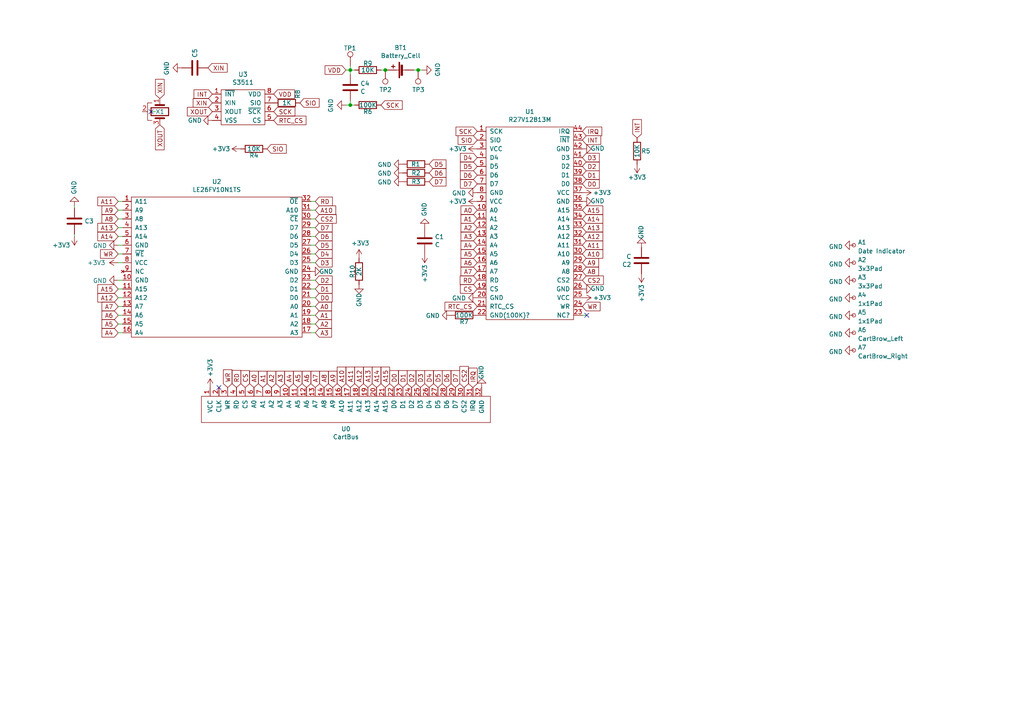
<source format=kicad_sch>
(kicad_sch (version 20211123) (generator eeschema)
  (paper "A4")
  (title_block (title "AGB-E05-01"))
  (lib_symbols
    (symbol "AGB-E05-01-rescue:CartBus-GBA-NintendoSymbols" (pin_names (offset 1.016))
      (property "Reference" "U?" (at 24.13 -11.43 0))
      (property "Value" "CartBus-GBA-NintendoSymbols" (at 24.13 -8.89 0))
      (symbol "CartBus-GBA-NintendoSymbols_0_1"
        (rectangle (start 66.04 0) (end -17.78 -7.62))
      )
      (symbol "CartBus-GBA-NintendoSymbols_1_1"
        (pin unspecified line (at -15.24 2.54 270) (length 2.54) (name "VCC") (number "1"))
        (pin unspecified line (at 7.62 2.54 270) (length 2.54) (name "A4") (number "10"))
        (pin unspecified line (at 10.16 2.54 270) (length 2.54) (name "A5") (number "11"))
        (pin unspecified line (at 12.7 2.54 270) (length 2.54) (name "A6") (number "12"))
        (pin unspecified line (at 15.24 2.54 270) (length 2.54) (name "A7") (number "13"))
        (pin unspecified line (at 17.78 2.54 270) (length 2.54) (name "A8") (number "14"))
        (pin unspecified line (at 20.32 2.54 270) (length 2.54) (name "A9") (number "15"))
        (pin unspecified line (at 22.86 2.54 270) (length 2.54) (name "A10") (number "16"))
        (pin unspecified line (at 25.4 2.54 270) (length 2.54) (name "A11") (number "17"))
        (pin unspecified line (at 27.94 2.54 270) (length 2.54) (name "A12") (number "18"))
        (pin unspecified line (at 30.48 2.54 270) (length 2.54) (name "A13") (number "19"))
        (pin unspecified line (at -12.7 2.54 270) (length 2.54) (name "CLK~{}") (number "2"))
        (pin unspecified line (at 33.02 2.54 270) (length 2.54) (name "A14") (number "20"))
        (pin unspecified line (at 35.56 2.54 270) (length 2.54) (name "A15") (number "21"))
        (pin unspecified line (at 38.1 2.54 270) (length 2.54) (name "D0") (number "22"))
        (pin unspecified line (at 40.64 2.54 270) (length 2.54) (name "D1") (number "23"))
        (pin unspecified line (at 43.18 2.54 270) (length 2.54) (name "D2") (number "24"))
        (pin unspecified line (at 45.72 2.54 270) (length 2.54) (name "D3") (number "25"))
        (pin unspecified line (at 48.26 2.54 270) (length 2.54) (name "D4") (number "26"))
        (pin unspecified line (at 50.8 2.54 270) (length 2.54) (name "D5") (number "27"))
        (pin unspecified line (at 53.34 2.54 270) (length 2.54) (name "D6") (number "28"))
        (pin unspecified line (at 55.88 2.54 270) (length 2.54) (name "D7") (number "29"))
        (pin unspecified line (at -10.16 2.54 270) (length 2.54) (name "WR") (number "3"))
        (pin unspecified line (at 58.42 2.54 270) (length 2.54) (name "CS2") (number "30"))
        (pin unspecified line (at 60.96 2.54 270) (length 2.54) (name "IRQ") (number "31"))
        (pin unspecified line (at 63.5 2.54 270) (length 2.54) (name "GND") (number "32"))
        (pin unspecified line (at -7.62 2.54 270) (length 2.54) (name "RD") (number "4"))
        (pin unspecified line (at -5.08 2.54 270) (length 2.54) (name "CS") (number "5"))
        (pin unspecified line (at -2.54 2.54 270) (length 2.54) (name "A0") (number "6"))
        (pin unspecified line (at 0 2.54 270) (length 2.54) (name "A1") (number "7"))
        (pin unspecified line (at 2.54 2.54 270) (length 2.54) (name "A2") (number "8"))
        (pin unspecified line (at 5.08 2.54 270) (length 2.54) (name "A3") (number "9"))
      )
    )
    (symbol "AGB-E05-01-rescue:LE26FV10N1TS-NintendoSymbols" (pin_names (offset 1.016))
      (property "Reference" "U" (at 0 -36.83 0))
      (property "Value" "LE26FV10N1TS-NintendoSymbols" (at 0 6.35 0))
      (symbol "LE26FV10N1TS-NintendoSymbols_0_1"
        (rectangle (start -25.4 5.08) (end 24.13 -35.56))
      )
      (symbol "LE26FV10N1TS-NintendoSymbols_1_1"
        (pin unspecified line (at -27.94 3.81 0) (length 2.54) (name "A11") (number "1"))
        (pin unspecified line (at -27.94 -19.05 0) (length 2.54) (name "GND") (number "10"))
        (pin unspecified line (at -27.94 -21.59 0) (length 2.54) (name "A15") (number "11"))
        (pin unspecified line (at -27.94 -24.13 0) (length 2.54) (name "A12") (number "12"))
        (pin unspecified line (at -27.94 -26.67 0) (length 2.54) (name "A7") (number "13"))
        (pin unspecified line (at -27.94 -29.21 0) (length 2.54) (name "A6") (number "14"))
        (pin unspecified line (at -27.94 -31.75 0) (length 2.54) (name "A5") (number "15"))
        (pin unspecified line (at -27.94 -34.29 0) (length 2.54) (name "A4") (number "16"))
        (pin unspecified line (at 26.67 -34.29 180) (length 2.54) (name "A3") (number "17"))
        (pin unspecified line (at 26.67 -31.75 180) (length 2.54) (name "A2") (number "18"))
        (pin unspecified line (at 26.67 -29.21 180) (length 2.54) (name "A1") (number "19"))
        (pin unspecified line (at -27.94 1.27 0) (length 2.54) (name "A9") (number "2"))
        (pin unspecified line (at 26.67 -26.67 180) (length 2.54) (name "A0") (number "20"))
        (pin unspecified line (at 26.67 -24.13 180) (length 2.54) (name "D0") (number "21"))
        (pin unspecified line (at 26.67 -21.59 180) (length 2.54) (name "D1") (number "22"))
        (pin unspecified line (at 26.67 -19.05 180) (length 2.54) (name "D2") (number "23"))
        (pin unspecified line (at 26.67 -16.51 180) (length 2.54) (name "GND") (number "24"))
        (pin unspecified line (at 26.67 -13.97 180) (length 2.54) (name "D3") (number "25"))
        (pin unspecified line (at 26.67 -11.43 180) (length 2.54) (name "D4") (number "26"))
        (pin unspecified line (at 26.67 -8.89 180) (length 2.54) (name "D5") (number "27"))
        (pin unspecified line (at 26.67 -6.35 180) (length 2.54) (name "D6") (number "28"))
        (pin unspecified line (at 26.67 -3.81 180) (length 2.54) (name "D7") (number "29"))
        (pin unspecified line (at -27.94 -1.27 0) (length 2.54) (name "A8") (number "3"))
        (pin unspecified line (at 26.67 -1.27 180) (length 2.54) (name "~{CE}") (number "30"))
        (pin unspecified line (at 26.67 1.27 180) (length 2.54) (name "A10") (number "31"))
        (pin unspecified line (at 26.67 3.81 180) (length 2.54) (name "~{OE}") (number "32"))
        (pin unspecified line (at -27.94 -3.81 0) (length 2.54) (name "A13") (number "4"))
        (pin unspecified line (at -27.94 -6.35 0) (length 2.54) (name "A14") (number "5"))
        (pin unspecified line (at -27.94 -8.89 0) (length 2.54) (name "GND") (number "6"))
        (pin unspecified line (at -27.94 -11.43 0) (length 2.54) (name "~{WE}") (number "7"))
        (pin unspecified line (at -27.94 -13.97 0) (length 2.54) (name "VCC") (number "8"))
        (pin no_connect line (at -27.94 -16.51 0) (length 2.54) (name "NC") (number "9"))
      )
    )
    (symbol "AGB-E05-01-rescue:R27V12813M-NintendoSymbols" (pin_names (offset 1.016))
      (property "Reference" "U" (at 0 -58.42 0))
      (property "Value" "R27V12813M-NintendoSymbols" (at 0 0 0))
      (symbol "R27V12813M-NintendoSymbols_0_1"
        (rectangle (start -12.7 -1.27) (end 12.7 -57.15))
      )
      (symbol "R27V12813M-NintendoSymbols_1_1"
        (pin unspecified line (at -15.24 -2.54 0) (length 2.54) (name "SCK") (number "1"))
        (pin unspecified line (at -15.24 -25.4 0) (length 2.54) (name "A0") (number "10"))
        (pin unspecified line (at -15.24 -27.94 0) (length 2.54) (name "A1") (number "11"))
        (pin unspecified line (at -15.24 -30.48 0) (length 2.54) (name "A2") (number "12"))
        (pin unspecified line (at -15.24 -33.02 0) (length 2.54) (name "A3") (number "13"))
        (pin unspecified line (at -15.24 -35.56 0) (length 2.54) (name "A4") (number "14"))
        (pin unspecified line (at -15.24 -38.1 0) (length 2.54) (name "A5") (number "15"))
        (pin unspecified line (at -15.24 -40.64 0) (length 2.54) (name "A6") (number "16"))
        (pin unspecified line (at -15.24 -43.18 0) (length 2.54) (name "A7") (number "17"))
        (pin unspecified line (at -15.24 -45.72 0) (length 2.54) (name "RD") (number "18"))
        (pin unspecified line (at -15.24 -48.26 0) (length 2.54) (name "CS") (number "19"))
        (pin unspecified line (at -15.24 -5.08 0) (length 2.54) (name "SIO") (number "2"))
        (pin unspecified line (at -15.24 -50.8 0) (length 2.54) (name "GND") (number "20"))
        (pin unspecified line (at -15.24 -53.34 0) (length 2.54) (name "RTC_CS") (number "21"))
        (pin unspecified line (at -15.24 -55.88 0) (length 2.54) (name "GND(100K)?") (number "22"))
        (pin unspecified line (at 15.24 -55.88 180) (length 2.54) (name "NC?") (number "23"))
        (pin unspecified line (at 15.24 -53.34 180) (length 2.54) (name "WR") (number "24"))
        (pin unspecified line (at 15.24 -50.8 180) (length 2.54) (name "VCC") (number "25"))
        (pin unspecified line (at 15.24 -48.26 180) (length 2.54) (name "GND") (number "26"))
        (pin unspecified line (at 15.24 -45.72 180) (length 2.54) (name "CS2") (number "27"))
        (pin unspecified line (at 15.24 -43.18 180) (length 2.54) (name "A8") (number "28"))
        (pin unspecified line (at 15.24 -40.64 180) (length 2.54) (name "A9") (number "29"))
        (pin unspecified line (at -15.24 -7.62 0) (length 2.54) (name "VCC") (number "3"))
        (pin unspecified line (at 15.24 -38.1 180) (length 2.54) (name "A10") (number "30"))
        (pin unspecified line (at 15.24 -35.56 180) (length 2.54) (name "A11") (number "31"))
        (pin unspecified line (at 15.24 -33.02 180) (length 2.54) (name "A12") (number "32"))
        (pin unspecified line (at 15.24 -30.48 180) (length 2.54) (name "A13") (number "33"))
        (pin unspecified line (at 15.24 -27.94 180) (length 2.54) (name "A14") (number "34"))
        (pin unspecified line (at 15.24 -25.4 180) (length 2.54) (name "A15") (number "35"))
        (pin unspecified line (at 15.24 -22.86 180) (length 2.54) (name "GND") (number "36"))
        (pin unspecified line (at 15.24 -20.32 180) (length 2.54) (name "VCC") (number "37"))
        (pin unspecified line (at 15.24 -17.78 180) (length 2.54) (name "D0") (number "38"))
        (pin unspecified line (at 15.24 -15.24 180) (length 2.54) (name "D1") (number "39"))
        (pin unspecified line (at -15.24 -10.16 0) (length 2.54) (name "D4") (number "4"))
        (pin unspecified line (at 15.24 -12.7 180) (length 2.54) (name "D2") (number "40"))
        (pin unspecified line (at 15.24 -10.16 180) (length 2.54) (name "D3") (number "41"))
        (pin unspecified line (at 15.24 -7.62 180) (length 2.54) (name "GND") (number "42"))
        (pin unspecified line (at 15.24 -5.08 180) (length 2.54) (name "~{INT}") (number "43"))
        (pin unspecified line (at 15.24 -2.54 180) (length 2.54) (name "IRQ") (number "44"))
        (pin unspecified line (at -15.24 -12.7 0) (length 2.54) (name "D5") (number "5"))
        (pin unspecified line (at -15.24 -15.24 0) (length 2.54) (name "D6") (number "6"))
        (pin unspecified line (at -15.24 -17.78 0) (length 2.54) (name "D7") (number "7"))
        (pin unspecified line (at -15.24 -20.32 0) (length 2.54) (name "GND") (number "8"))
        (pin unspecified line (at -15.24 -22.86 0) (length 2.54) (name "VCC") (number "9"))
      )
    )
    (symbol "AGB-E05-01-rescue:S3511-NintendoSymbols" (pin_names (offset 1.016))
      (property "Reference" "U" (at 0 -6.35 0))
      (property "Value" "S3511-NintendoSymbols" (at 0 6.35 0))
      (symbol "S3511-NintendoSymbols_0_1"
        (rectangle (start -6.35 5.08) (end 6.35 -5.08))
      )
      (symbol "S3511-NintendoSymbols_1_1"
        (pin unspecified line (at -8.89 3.81 0) (length 2.54) (name "~{INT}") (number "1"))
        (pin unspecified line (at -8.89 1.27 0) (length 2.54) (name "XIN") (number "2"))
        (pin unspecified line (at -8.89 -1.27 0) (length 2.54) (name "XOUT") (number "3"))
        (pin unspecified line (at -8.89 -3.81 0) (length 2.54) (name "VSS") (number "4"))
        (pin unspecified line (at 8.89 -3.81 180) (length 2.54) (name "CS") (number "5"))
        (pin unspecified line (at 8.89 -1.27 180) (length 2.54) (name "~{SCK}") (number "6"))
        (pin unspecified line (at 8.89 1.27 180) (length 2.54) (name "SIO") (number "7"))
        (pin unspecified line (at 8.89 3.81 180) (length 2.54) (name "VDD") (number "8"))
      )
    )
    (symbol "Connector:TestPoint" (pin_numbers hide) (pin_names (offset 0.762) hide)
      (property "Reference" "TP" (at 0 6.858 0))
      (property "Value" "TestPoint" (at 0 5.08 0))
      (symbol "TestPoint_0_1"
        (circle (center 0 3.302) (radius 0.762))
      )
      (symbol "TestPoint_1_1"
        (pin passive line (at 0 0 90) (length 2.54) (name "1") (number "1"))
      )
    )
    (symbol "Connector:TestPoint_Small" (pin_numbers hide) (pin_names (offset 0.762) hide)
      (property "Reference" "TP" (at 0 3.81 0))
      (property "Value" "TestPoint_Small" (at 0 2.032 0))
      (symbol "TestPoint_Small_0_1"
        (circle (center 0 0) (radius 0.508))
      )
      (symbol "TestPoint_Small_1_1"
        (pin passive line (at 0 0 90) (length 0) (name "1") (number "1"))
      )
    )
    (symbol "Device:Battery_Cell" (pin_numbers hide) (pin_names (offset 0) hide)
      (property "Reference" "BT" (at 2.54 2.54 0))
      (property "Value" "Battery_Cell" (at 2.54 0 0))
      (symbol "Battery_Cell_0_1"
        (rectangle (start -2.286 1.778) (end 2.286 1.524) (fill (type outline)))
        (rectangle (start -1.5748 1.1938) (end 1.4732 0.6858) (fill (type outline)))
        (polyline (pts (xy 0 0.762) (xy 0 0)))
        (polyline (pts (xy 0 1.778) (xy 0 2.54)))
        (polyline (pts (xy 0.508 3.429) (xy 1.524 3.429)) (stroke (width 0.254)))
        (polyline (pts (xy 1.016 3.937) (xy 1.016 2.921)) (stroke (width 0.254)))
      )
      (symbol "Battery_Cell_1_1"
        (pin passive line (at 0 5.08 270) (length 2.54) (name "+") (number "1"))
        (pin passive line (at 0 -2.54 90) (length 2.54) (name "-") (number "2"))
      )
    )
    (symbol "Device:C" (pin_numbers hide) (pin_names (offset 0.254))
      (property "Reference" "C" (at 0.635 2.54 0))
      (property "Value" "C" (at 0.635 -2.54 0))
      (symbol "C_0_1"
        (polyline (pts (xy -2.032 -0.762) (xy 2.032 -0.762)) (stroke (width 0.508)))
        (polyline (pts (xy -2.032 0.762) (xy 2.032 0.762)) (stroke (width 0.508)))
      )
      (symbol "C_1_1"
        (pin passive line (at 0 3.81 270) (length 2.794) (name "~") (number "1"))
        (pin passive line (at 0 -3.81 90) (length 2.794) (name "~") (number "2"))
      )
    )
    (symbol "Device:Crystal_GND2" (pin_names (offset 1.016) hide)
      (property "Reference" "Y" (at 0 5.715 0))
      (property "Value" "Crystal_GND2" (at 0 3.81 0))
      (symbol "Crystal_GND2_0_1"
        (rectangle (start -1.143 2.54) (end 1.143 -2.54) (stroke (width 0.3048)))
        (polyline (pts (xy -2.54 0) (xy -1.905 0)))
        (polyline (pts (xy -1.905 -1.27) (xy -1.905 1.27)) (stroke (width 0.508)))
        (polyline (pts (xy 0 -3.81) (xy 0 -3.556)))
        (polyline (pts (xy 1.905 0) (xy 2.54 0)))
        (polyline (pts (xy 1.905 1.27) (xy 1.905 -1.27)) (stroke (width 0.508)))
        (polyline (pts (xy -2.54 -2.286) (xy -2.54 -3.556) (xy 2.54 -3.556) (xy 2.54 -2.286)))
      )
      (symbol "Crystal_GND2_1_1"
        (pin passive line (at -3.81 0 0) (length 1.27) (name "1") (number "1"))
        (pin passive line (at 0 -5.08 90) (length 1.27) (name "2") (number "2"))
        (pin passive line (at 3.81 0 180) (length 1.27) (name "3") (number "3"))
      )
    )
    (symbol "Device:R" (pin_numbers hide) (pin_names (offset 0))
      (property "Reference" "R" (at 2.032 0 90))
      (property "Value" "R" (at 0 0 90))
      (symbol "R_0_1"
        (rectangle (start -1.016 -2.54) (end 1.016 2.54) (stroke (width 0.254)))
      )
      (symbol "R_1_1"
        (pin passive line (at 0 3.81 270) (length 1.27) (name "~") (number "1"))
        (pin passive line (at 0 -3.81 90) (length 1.27) (name "~") (number "2"))
      )
    )
    (symbol "power:+3.3V" (power) (pin_names (offset 0))
      (property "Value" "+3.3V" (at 0 3.556 0))
      (symbol "+3.3V_0_1"
        (polyline (pts (xy -0.762 1.27) (xy 0 2.54)))
        (polyline (pts (xy 0 0) (xy 0 2.54)))
        (polyline (pts (xy 0 2.54) (xy 0.762 1.27)))
      )
      (symbol "+3.3V_1_1"
        (pin power_in line (at 0 0 90) (length 0) hide (name "+3V3") (number "1"))
      )
    )
    (symbol "power:GND" (power) (pin_names (offset 0))
      (property "Value" "GND" (at 0 -3.81 0))
      (symbol "GND_0_1"
        (polyline (pts (xy 0 0) (xy 0 -1.27) (xy 1.27 -1.27) (xy 0 -2.54) (xy -1.27 -1.27) (xy 0 -1.27)))
      )
      (symbol "GND_1_1"
        (pin power_in line (at 0 0 270) (length 0) hide (name "GND") (number "1"))
      )
    )
  )
  (junction (at 121.285 20.32))
  (junction (at 101.6 20.32))
  (junction (at 111.76 20.32))
  (junction (at 101.6 30.48))
  (no_connect (at 170.18 91.44))
  (no_connect (at 63.5 112.395))
  (no_connect (at 43.815 32.385))
  (wire (pts (xy 101.6 21.59) (xy 101.6 20.32)))
  (wire (pts (xy 110.49 20.32) (xy 111.76 20.32)))
  (wire (pts (xy 35.56 96.52) (xy 34.29 96.52)))
  (wire (pts (xy 35.56 66.04) (xy 34.29 66.04)))
  (wire (pts (xy 102.87 20.32) (xy 101.6 20.32)))
  (wire (pts (xy 91.44 81.28) (xy 90.17 81.28)))
  (wire (pts (xy 121.285 20.32) (xy 122.555 20.32)))
  (wire (pts (xy 35.56 58.42) (xy 34.29 58.42)))
  (wire (pts (xy 21.59 59.69) (xy 21.59 60.325)))
  (wire (pts (xy 91.44 83.82) (xy 90.17 83.82)))
  (wire (pts (xy 170.18 91.44) (xy 168.91 91.44)))
  (wire (pts (xy 91.44 93.98) (xy 90.17 93.98)))
  (wire (pts (xy 35.56 76.2) (xy 34.29 76.2)))
  (wire (pts (xy 35.56 60.96) (xy 34.29 60.96)))
  (wire (pts (xy 34.29 81.28) (xy 35.56 81.28)))
  (wire (pts (xy 101.6 30.48) (xy 102.87 30.48)))
  (wire (pts (xy 91.44 71.12) (xy 90.17 71.12)))
  (wire (pts (xy 100.33 30.48) (xy 101.6 30.48)))
  (wire (pts (xy 35.56 93.98) (xy 34.29 93.98)))
  (wire (pts (xy 35.56 71.12) (xy 34.29 71.12)))
  (wire (pts (xy 90.17 63.5) (xy 91.44 63.5)))
  (wire (pts (xy 91.44 86.36) (xy 90.17 86.36)))
  (wire (pts (xy 91.44 73.66) (xy 90.17 73.66)))
  (wire (pts (xy 90.17 96.52) (xy 91.44 96.52)))
  (wire (pts (xy 35.56 88.9) (xy 34.29 88.9)))
  (wire (pts (xy 35.56 91.44) (xy 34.29 91.44)))
  (wire (pts (xy 35.56 68.58) (xy 34.29 68.58)))
  (wire (pts (xy 101.6 29.21) (xy 101.6 30.48)))
  (wire (pts (xy 91.44 88.9) (xy 90.17 88.9)))
  (wire (pts (xy 35.56 63.5) (xy 34.29 63.5)))
  (wire (pts (xy 21.59 67.945) (xy 21.59 68.58)))
  (wire (pts (xy 35.56 86.36) (xy 34.29 86.36)))
  (wire (pts (xy 90.17 76.2) (xy 91.44 76.2)))
  (wire (pts (xy 101.6 20.32) (xy 101.6 19.05)))
  (wire (pts (xy 100.33 20.32) (xy 101.6 20.32)))
  (wire (pts (xy 111.76 20.32) (xy 112.395 20.32)))
  (wire (pts (xy 35.56 73.66) (xy 34.29 73.66)))
  (wire (pts (xy 45.085 32.385) (xy 43.815 32.385)))
  (wire (pts (xy 91.44 68.58) (xy 90.17 68.58)))
  (wire (pts (xy 91.44 91.44) (xy 90.17 91.44)))
  (wire (pts (xy 120.015 20.32) (xy 121.285 20.32)))
  (wire (pts (xy 91.44 66.04) (xy 90.17 66.04)))
  (wire (pts (xy 35.56 83.82) (xy 34.29 83.82)))
  (wire (pts (xy 90.17 60.96) (xy 91.44 60.96)))
  (wire (pts (xy 90.17 58.42) (xy 91.44 58.42)))
  (global_label "A2" (shape input) (at 138.43 66.04 180) (property "Intersheet References" "${INTERSHEET_REFS}" (effects hide)))
  (global_label "A8" (shape input) (at 168.91 78.74 0) (property "Intersheet References" "${INTERSHEET_REFS}" (effects hide)))
  (global_label "A4" (shape input) (at 83.82 112.395 90) (property "Intersheet References" "${INTERSHEET_REFS}" (effects hide)))
  (global_label "A1" (shape input) (at 76.2 112.395 90) (property "Intersheet References" "${INTERSHEET_REFS}" (effects hide)))
  (global_label "A11" (shape input) (at 34.29 58.42 180) (property "Intersheet References" "${INTERSHEET_REFS}" (effects hide)))
  (global_label "XIN" (shape input) (at 46.355 28.575 90) (property "Intersheet References" "${INTERSHEET_REFS}" (effects hide)))
  (global_label "INT" (shape input) (at 168.91 40.64 0) (property "Intersheet References" "${INTERSHEET_REFS}" (effects hide)))
  (global_label "XIN" (shape input) (at 60.325 19.685 0) (property "Intersheet References" "${INTERSHEET_REFS}" (effects hide)))
  (global_label "D5" (shape input) (at 138.43 48.26 180) (property "Intersheet References" "${INTERSHEET_REFS}" (effects hide)))
  (global_label "D0" (shape input) (at 91.44 86.36 0) (property "Intersheet References" "${INTERSHEET_REFS}" (effects hide)))
  (global_label "RD" (shape input) (at 138.43 81.28 180) (property "Intersheet References" "${INTERSHEET_REFS}" (effects hide)))
  (global_label "A8" (shape input) (at 34.29 63.5 180) (property "Intersheet References" "${INTERSHEET_REFS}" (effects hide)))
  (global_label "A5" (shape input) (at 86.36 112.395 90) (property "Intersheet References" "${INTERSHEET_REFS}" (effects hide)))
  (global_label "A6" (shape input) (at 34.29 91.44 180) (property "Intersheet References" "${INTERSHEET_REFS}" (effects hide)))
  (global_label "A1" (shape input) (at 91.44 91.44 0) (property "Intersheet References" "${INTERSHEET_REFS}" (effects hide)))
  (global_label "A9" (shape input) (at 96.52 112.395 90) (property "Intersheet References" "${INTERSHEET_REFS}" (effects hide)))
  (global_label "A0" (shape input) (at 138.43 60.96 180) (property "Intersheet References" "${INTERSHEET_REFS}" (effects hide)))
  (global_label "A6" (shape input) (at 138.43 76.2 180) (property "Intersheet References" "${INTERSHEET_REFS}" (effects hide)))
  (global_label "INT" (shape input) (at 61.595 27.305 180) (property "Intersheet References" "${INTERSHEET_REFS}" (effects hide)))
  (global_label "D3" (shape input) (at 168.91 45.72 0) (property "Intersheet References" "${INTERSHEET_REFS}" (effects hide)))
  (global_label "SCK" (shape input) (at 110.49 30.48 0) (property "Intersheet References" "${INTERSHEET_REFS}" (effects hide)))
  (global_label "A13" (shape input) (at 34.29 66.04 180) (property "Intersheet References" "${INTERSHEET_REFS}" (effects hide)))
  (global_label "VDD" (shape input) (at 79.375 27.305 0) (property "Intersheet References" "${INTERSHEET_REFS}" (effects hide)))
  (global_label "A7" (shape input) (at 138.43 78.74 180) (property "Intersheet References" "${INTERSHEET_REFS}" (effects hide)))
  (global_label "A7" (shape input) (at 34.29 88.9 180) (property "Intersheet References" "${INTERSHEET_REFS}" (effects hide)))
  (global_label "A14" (shape input) (at 34.29 68.58 180) (property "Intersheet References" "${INTERSHEET_REFS}" (effects hide)))
  (global_label "D1" (shape input) (at 168.91 50.8 0) (property "Intersheet References" "${INTERSHEET_REFS}" (effects hide)))
  (global_label "A10" (shape input) (at 168.91 73.66 0) (property "Intersheet References" "${INTERSHEET_REFS}" (effects hide)))
  (global_label "A9" (shape input) (at 168.91 76.2 0) (property "Intersheet References" "${INTERSHEET_REFS}" (effects hide)))
  (global_label "SCK" (shape input) (at 79.375 32.385 0) (property "Intersheet References" "${INTERSHEET_REFS}" (effects hide)))
  (global_label "A12" (shape input) (at 168.91 68.58 0) (property "Intersheet References" "${INTERSHEET_REFS}" (effects hide)))
  (global_label "A12" (shape input) (at 34.29 86.36 180) (property "Intersheet References" "${INTERSHEET_REFS}" (effects hide)))
  (global_label "RTC_CS" (shape input) (at 138.43 88.9 180) (property "Intersheet References" "${INTERSHEET_REFS}" (effects hide)))
  (global_label "SIO" (shape input) (at 86.995 29.845 0) (property "Intersheet References" "${INTERSHEET_REFS}" (effects hide)))
  (global_label "A2" (shape input) (at 91.44 93.98 0) (property "Intersheet References" "${INTERSHEET_REFS}" (effects hide)))
  (global_label "D3" (shape input) (at 121.92 112.395 90) (property "Intersheet References" "${INTERSHEET_REFS}" (effects hide)))
  (global_label "A12" (shape input) (at 104.14 112.395 90) (property "Intersheet References" "${INTERSHEET_REFS}" (effects hide)))
  (global_label "D7" (shape input) (at 124.46 52.705 0) (property "Intersheet References" "${INTERSHEET_REFS}" (effects hide)))
  (global_label "D4" (shape input) (at 138.43 45.72 180) (property "Intersheet References" "${INTERSHEET_REFS}" (effects hide)))
  (global_label "D1" (shape input) (at 91.44 83.82 0) (property "Intersheet References" "${INTERSHEET_REFS}" (effects hide)))
  (global_label "D5" (shape input) (at 127 112.395 90) (property "Intersheet References" "${INTERSHEET_REFS}" (effects hide)))
  (global_label "CS2" (shape input) (at 91.44 63.5 0) (property "Intersheet References" "${INTERSHEET_REFS}" (effects hide)))
  (global_label "A3" (shape input) (at 81.28 112.395 90) (property "Intersheet References" "${INTERSHEET_REFS}" (effects hide)))
  (global_label "A15" (shape input) (at 34.29 83.82 180) (property "Intersheet References" "${INTERSHEET_REFS}" (effects hide)))
  (global_label "WR" (shape input) (at 168.91 88.9 0) (property "Intersheet References" "${INTERSHEET_REFS}" (effects hide)))
  (global_label "D4" (shape input) (at 91.44 73.66 0) (property "Intersheet References" "${INTERSHEET_REFS}" (effects hide)))
  (global_label "A7" (shape input) (at 91.44 112.395 90) (property "Intersheet References" "${INTERSHEET_REFS}" (effects hide)))
  (global_label "D6" (shape input) (at 124.46 50.165 0) (property "Intersheet References" "${INTERSHEET_REFS}" (effects hide)))
  (global_label "A3" (shape input) (at 91.44 96.52 0) (property "Intersheet References" "${INTERSHEET_REFS}" (effects hide)))
  (global_label "D7" (shape input) (at 138.43 53.34 180) (property "Intersheet References" "${INTERSHEET_REFS}" (effects hide)))
  (global_label "D2" (shape input) (at 119.38 112.395 90) (property "Intersheet References" "${INTERSHEET_REFS}" (effects hide)))
  (global_label "XOUT" (shape input) (at 46.355 36.195 270) (property "Intersheet References" "${INTERSHEET_REFS}" (effects hide)))
  (global_label "A2" (shape input) (at 78.74 112.395 90) (property "Intersheet References" "${INTERSHEET_REFS}" (effects hide)))
  (global_label "D0" (shape input) (at 168.91 53.34 0) (property "Intersheet References" "${INTERSHEET_REFS}" (effects hide)))
  (global_label "A13" (shape input) (at 106.68 112.395 90) (property "Intersheet References" "${INTERSHEET_REFS}" (effects hide)))
  (global_label "A0" (shape input) (at 73.66 112.395 90) (property "Intersheet References" "${INTERSHEET_REFS}" (effects hide)))
  (global_label "A11" (shape input) (at 101.6 112.395 90) (property "Intersheet References" "${INTERSHEET_REFS}" (effects hide)))
  (global_label "D6" (shape input) (at 91.44 68.58 0) (property "Intersheet References" "${INTERSHEET_REFS}" (effects hide)))
  (global_label "A15" (shape input) (at 111.76 112.395 90) (property "Intersheet References" "${INTERSHEET_REFS}" (effects hide)))
  (global_label "WR" (shape input) (at 34.29 73.66 180) (property "Intersheet References" "${INTERSHEET_REFS}" (effects hide)))
  (global_label "A11" (shape input) (at 168.91 71.12 0) (property "Intersheet References" "${INTERSHEET_REFS}" (effects hide)))
  (global_label "INT" (shape input) (at 184.785 40.005 90) (property "Intersheet References" "${INTERSHEET_REFS}" (effects hide)))
  (global_label "CS2" (shape input) (at 168.91 81.28 0) (property "Intersheet References" "${INTERSHEET_REFS}" (effects hide)))
  (global_label "A13" (shape input) (at 168.91 66.04 0) (property "Intersheet References" "${INTERSHEET_REFS}" (effects hide)))
  (global_label "A10" (shape input) (at 99.06 112.395 90) (property "Intersheet References" "${INTERSHEET_REFS}" (effects hide)))
  (global_label "D1" (shape input) (at 116.84 112.395 90) (property "Intersheet References" "${INTERSHEET_REFS}" (effects hide)))
  (global_label "D3" (shape input) (at 91.44 76.2 0) (property "Intersheet References" "${INTERSHEET_REFS}" (effects hide)))
  (global_label "SIO" (shape input) (at 77.47 43.18 0) (property "Intersheet References" "${INTERSHEET_REFS}" (effects hide)))
  (global_label "D5" (shape input) (at 124.46 47.625 0) (property "Intersheet References" "${INTERSHEET_REFS}" (effects hide)))
  (global_label "XOUT" (shape input) (at 61.595 32.385 180) (property "Intersheet References" "${INTERSHEET_REFS}" (effects hide)))
  (global_label "CS" (shape input) (at 138.43 83.82 180) (property "Intersheet References" "${INTERSHEET_REFS}" (effects hide)))
  (global_label "WR" (shape input) (at 66.04 112.395 90) (property "Intersheet References" "${INTERSHEET_REFS}" (effects hide)))
  (global_label "IRQ" (shape input) (at 168.91 38.1 0) (property "Intersheet References" "${INTERSHEET_REFS}" (effects hide)))
  (global_label "VDD" (shape input) (at 100.33 20.32 180) (property "Intersheet References" "${INTERSHEET_REFS}" (effects hide)))
  (global_label "D2" (shape input) (at 168.91 48.26 0) (property "Intersheet References" "${INTERSHEET_REFS}" (effects hide)))
  (global_label "A10" (shape input) (at 91.44 60.96 0) (property "Intersheet References" "${INTERSHEET_REFS}" (effects hide)))
  (global_label "A3" (shape input) (at 138.43 68.58 180) (property "Intersheet References" "${INTERSHEET_REFS}" (effects hide)))
  (global_label "A4" (shape input) (at 138.43 71.12 180) (property "Intersheet References" "${INTERSHEET_REFS}" (effects hide)))
  (global_label "A6" (shape input) (at 88.9 112.395 90) (property "Intersheet References" "${INTERSHEET_REFS}" (effects hide)))
  (global_label "D6" (shape input) (at 138.43 50.8 180) (property "Intersheet References" "${INTERSHEET_REFS}" (effects hide)))
  (global_label "D7" (shape input) (at 132.08 112.395 90) (property "Intersheet References" "${INTERSHEET_REFS}" (effects hide)))
  (global_label "A1" (shape input) (at 138.43 63.5 180) (property "Intersheet References" "${INTERSHEET_REFS}" (effects hide)))
  (global_label "A9" (shape input) (at 34.29 60.96 180) (property "Intersheet References" "${INTERSHEET_REFS}" (effects hide)))
  (global_label "RD" (shape input) (at 91.44 58.42 0) (property "Intersheet References" "${INTERSHEET_REFS}" (effects hide)))
  (global_label "D4" (shape input) (at 124.46 112.395 90) (property "Intersheet References" "${INTERSHEET_REFS}" (effects hide)))
  (global_label "A15" (shape input) (at 168.91 60.96 0) (property "Intersheet References" "${INTERSHEET_REFS}" (effects hide)))
  (global_label "A14" (shape input) (at 168.91 63.5 0) (property "Intersheet References" "${INTERSHEET_REFS}" (effects hide)))
  (global_label "A5" (shape input) (at 34.29 93.98 180) (property "Intersheet References" "${INTERSHEET_REFS}" (effects hide)))
  (global_label "A14" (shape input) (at 109.22 112.395 90) (property "Intersheet References" "${INTERSHEET_REFS}" (effects hide)))
  (global_label "CS2" (shape input) (at 134.62 112.395 90) (property "Intersheet References" "${INTERSHEET_REFS}" (effects hide)))
  (global_label "D7" (shape input) (at 91.44 66.04 0) (property "Intersheet References" "${INTERSHEET_REFS}" (effects hide)))
  (global_label "A5" (shape input) (at 138.43 73.66 180) (property "Intersheet References" "${INTERSHEET_REFS}" (effects hide)))
  (global_label "SCK" (shape input) (at 138.43 38.1 180) (property "Intersheet References" "${INTERSHEET_REFS}" (effects hide)))
  (global_label "A8" (shape input) (at 93.98 112.395 90) (property "Intersheet References" "${INTERSHEET_REFS}" (effects hide)))
  (global_label "A0" (shape input) (at 91.44 88.9 0) (property "Intersheet References" "${INTERSHEET_REFS}" (effects hide)))
  (global_label "D5" (shape input) (at 91.44 71.12 0) (property "Intersheet References" "${INTERSHEET_REFS}" (effects hide)))
  (global_label "D6" (shape input) (at 129.54 112.395 90) (property "Intersheet References" "${INTERSHEET_REFS}" (effects hide)))
  (global_label "D2" (shape input) (at 91.44 81.28 0) (property "Intersheet References" "${INTERSHEET_REFS}" (effects hide)))
  (global_label "RD" (shape input) (at 68.58 112.395 90) (property "Intersheet References" "${INTERSHEET_REFS}" (effects hide)))
  (global_label "CS" (shape input) (at 71.12 112.395 90) (property "Intersheet References" "${INTERSHEET_REFS}" (effects hide)))
  (global_label "D0" (shape input) (at 114.3 112.395 90) (property "Intersheet References" "${INTERSHEET_REFS}" (effects hide)))
  (global_label "SIO" (shape input) (at 138.43 40.64 180) (property "Intersheet References" "${INTERSHEET_REFS}" (effects hide)))
  (global_label "IRQ" (shape input) (at 137.16 112.395 90) (property "Intersheet References" "${INTERSHEET_REFS}" (effects hide)))
  (global_label "XIN" (shape input) (at 61.595 29.845 180) (property "Intersheet References" "${INTERSHEET_REFS}" (effects hide)))
  (global_label "A4" (shape input) (at 34.29 96.52 180) (property "Intersheet References" "${INTERSHEET_REFS}" (effects hide)))
  (global_label "RTC_CS" (shape input) (at 79.375 34.925 0) (property "Intersheet References" "${INTERSHEET_REFS}" (effects hide)))
  (symbol (lib_id "AGB-E05-01-rescue:CartBus-GBA-NintendoSymbols") (at 76.2 114.935 0) (unit 1)
    (property "Reference" "U0" (at 100.33 124.4092 0))
    (property "Value" "CartBus" (at 100.33 126.7206 0))
    (property "Footprint" "HDR_Gameboy:AGB_Cartridge" (effects hide))
  )
  (symbol (lib_id "AGB-E05-01-rescue:LE26FV10N1TS-NintendoSymbols") (at 63.5 62.23 0) (unit 1)
    (property "Reference" "U2" (at 62.865 52.705 0))
    (property "Value" "LE26FV10N1TS" (at 62.865 55.0164 0))
    (property "Footprint" "HDR_Gameboy:AGB-TSOP-I-32" (effects hide))
  )
  (symbol (lib_id "AGB-E05-01-rescue:S3511-NintendoSymbols") (at 70.485 31.115 0) (unit 1)
    (property "Reference" "U3" (at 70.485 21.59 0))
    (property "Value" "S3511" (at 70.485 23.9014 0))
    (property "Footprint" "HDR_Gameboy:AGB-SSOP8" (effects hide))
    (property "Datasheet" "https://github.com/MrHDR/NintendoPCBs/blob/master/Datasheets/S3511.pdf" (effects hide))
  )
  (symbol (lib_id "Device:Crystal_GND2") (at 46.355 32.385 270) (unit 1)
    (property "Reference" "X1" (at 45.085 32.385 90) (effects (justify left)))
    (property "Value" "Crystal_GND2" (effects hide))
    (property "Footprint" "HDR_Gameboy:AGB-Crystal" (effects hide))
  )
  (symbol (lib_id "Device:C") (at 56.515 19.685 90) (unit 1)
    (property "Reference" "C5" (at 56.515 16.764 0) (effects (justify left)))
    (property "Value" "C" (effects hide))
    (property "Footprint" "HDR_Gameboy:AGB-C_0402" (effects hide))
  )
  (symbol (lib_id "power:GND") (at 52.705 19.685 270) (unit 1)
    (property "Reference" "#PWR0101" (effects hide))
    (property "Value" "GND" (at 48.3108 19.812 0))
  )
  (symbol (lib_id "power:GND") (at 61.595 34.925 270) (unit 1)
    (property "Reference" "#PWR0102" (effects hide))
    (property "Value" "GND" (at 56.515 34.925 90))
  )
  (symbol (lib_id "power:GND") (at 139.7 112.395 180) (unit 1)
    (property "Reference" "#PWR0103" (effects hide))
    (property "Value" "GND" (at 139.573 108.0008 90))
  )
  (symbol (lib_id "power:+3.3V") (at 60.96 112.395 0) (unit 1)
    (property "Reference" "#PWR0104" (effects hide))
    (property "Value" "+3.3V" (at 60.96 106.68 90))
  )
  (symbol (lib_id "Device:Battery_Cell") (at 117.475 20.32 90) (unit 1)
    (property "Reference" "BT1" (at 116.205 13.843 90))
    (property "Value" "Battery_Cell" (at 116.205 16.1544 90))
    (property "Footprint" "HDR_Gameboy:AGB-CR1616" (effects hide))
  )
  (symbol (lib_id "Device:R") (at 134.62 91.44 270) (unit 1)
    (property "Reference" "R7" (at 134.62 93.345 90))
    (property "Value" "100K" (at 134.62 91.44 90))
    (property "Footprint" "HDR_Gameboy:AGB-R_0402" (effects hide))
  )
  (symbol (lib_id "Device:R") (at 184.785 43.815 180) (unit 1)
    (property "Reference" "R5" (at 187.325 43.815 0))
    (property "Value" "10K" (at 184.785 43.815 90))
    (property "Footprint" "HDR_Gameboy:AGB-R_0402" (effects hide))
  )
  (symbol (lib_id "Device:R") (at 106.68 20.32 270) (unit 1)
    (property "Reference" "R9" (at 106.68 18.415 90))
    (property "Value" "10K" (at 106.68 20.32 90))
    (property "Footprint" "HDR_Gameboy:AGB-R_0402" (effects hide))
  )
  (symbol (lib_id "Device:R") (at 73.66 43.18 90) (unit 1)
    (property "Reference" "R4" (at 73.66 45.085 90))
    (property "Value" "10K" (at 73.66 43.18 90))
    (property "Footprint" "HDR_Gameboy:AGB-R_0402" (effects hide))
  )
  (symbol (lib_id "Device:R") (at 83.185 29.845 270) (unit 1)
    (property "Reference" "R8" (at 86.36 27.305 0))
    (property "Value" "1K" (at 83.185 29.845 90))
    (property "Footprint" "HDR_Gameboy:AGB-R_0402" (effects hide))
  )
  (symbol (lib_id "Device:R") (at 106.68 30.48 90) (unit 1)
    (property "Reference" "R6" (at 106.68 32.385 90))
    (property "Value" "100K" (at 106.68 30.48 90))
    (property "Footprint" "HDR_Gameboy:AGB-R_0402" (effects hide))
  )
  (symbol (lib_id "Device:R") (at 104.14 78.74 0) (unit 1)
    (property "Reference" "R10" (at 102.235 78.74 90))
    (property "Value" "2K" (at 104.14 78.74 90))
    (property "Footprint" "HDR_Gameboy:AGB-R-0603" (effects hide))
  )
  (symbol (lib_id "Device:R") (at 120.65 47.625 90) (unit 1)
    (property "Reference" "R1" (at 121.92 47.625 90) (effects (justify left)))
    (property "Value" "NC" (effects hide))
    (property "Footprint" "HDR_Gameboy:AGB-R-0603_OPT" (effects hide))
  )
  (symbol (lib_id "Device:R") (at 120.65 50.165 270) (unit 1)
    (property "Reference" "R2" (at 120.65 50.165 90))
    (property "Value" "NC" (effects hide))
    (property "Footprint" "HDR_Gameboy:AGB-R-0603_OPT" (effects hide))
  )
  (symbol (lib_id "Device:R") (at 120.65 52.705 270) (unit 1)
    (property "Reference" "R3" (at 120.65 52.705 90))
    (property "Value" "NC" (effects hide))
    (property "Footprint" "HDR_Gameboy:AGB-R-0603_OPT" (effects hide))
  )
  (symbol (lib_id "Device:C") (at 123.19 69.85 180) (unit 1)
    (property "Reference" "C1" (at 126.111 68.6816 0) (effects (justify right)))
    (property "Value" "C" (at 126.111 70.993 0) (effects (justify right)))
    (property "Footprint" "HDR_Gameboy:AGB-C_0402" (effects hide))
  )
  (symbol (lib_id "Device:C") (at 186.055 75.565 0) (unit 1)
    (property "Reference" "C2" (at 183.134 76.7334 0) (effects (justify right)))
    (property "Value" "C" (at 183.134 74.422 0) (effects (justify right)))
    (property "Footprint" "HDR_Gameboy:AGB-C_0402" (effects hide))
  )
  (symbol (lib_id "Device:C") (at 21.59 64.135 180) (unit 1)
    (property "Reference" "C3" (at 24.511 64.135 0) (effects (justify right)))
    (property "Value" "C" (effects hide))
    (property "Footprint" "HDR_Gameboy:AGB-C_0402" (effects hide))
  )
  (symbol (lib_id "Device:C") (at 101.6 25.4 180) (unit 1)
    (property "Reference" "C4" (at 104.521 24.2316 0) (effects (justify right)))
    (property "Value" "C" (at 104.521 26.543 0) (effects (justify right)))
    (property "Footprint" "HDR_Gameboy:AGB-C_0402" (effects hide))
  )
  (symbol (lib_id "power:GND") (at 122.555 20.32 90) (unit 1)
    (property "Reference" "#PWR0116" (effects hide))
    (property "Value" "GND" (at 126.9492 20.193 0))
  )
  (symbol (lib_id "AGB-E05-01-rescue:R27V12813M-NintendoSymbols") (at 153.67 35.56 0) (unit 1)
    (property "Reference" "U1" (at 153.67 32.385 0))
    (property "Value" "R27V12813M" (at 153.67 34.6964 0))
    (property "Footprint" "HDR_Gameboy:AGB-TSOP-II-44_10.16x18.41mm_P0.8mm" (effects hide))
  )
  (symbol (lib_id "power:+3.3V") (at 184.785 47.625 180) (unit 1)
    (property "Reference" "#PWR0111" (effects hide))
    (property "Value" "+3.3V" (at 184.785 51.435 0))
  )
  (symbol (lib_id "power:+3.3V") (at 186.055 79.375 180) (unit 1)
    (property "Reference" "#PWR0105" (effects hide))
    (property "Value" "+3.3V" (at 186.055 85.09 90))
  )
  (symbol (lib_id "power:+3.3V") (at 138.43 43.18 90) (unit 1)
    (property "Reference" "#PWR0106" (effects hide))
    (property "Value" "+3.3V" (at 132.715 43.18 90))
  )
  (symbol (lib_id "power:GND") (at 130.81 91.44 270) (unit 1)
    (property "Reference" "#PWR0107" (effects hide))
    (property "Value" "GND" (at 127.5588 91.567 90) (effects (justify right)))
  )
  (symbol (lib_id "power:+3.3V") (at 123.19 73.66 180) (unit 1)
    (property "Reference" "#PWR0122" (effects hide))
    (property "Value" "+3.3V" (at 123.19 79.375 90))
  )
  (symbol (lib_id "power:GND") (at 123.19 66.04 180) (unit 1)
    (property "Reference" "#PWR0121" (effects hide))
    (property "Value" "GND" (at 123.063 62.7888 90) (effects (justify right)))
  )
  (symbol (lib_id "power:GND") (at 138.43 86.36 270) (unit 1)
    (property "Reference" "#PWR0108" (effects hide))
    (property "Value" "GND" (at 135.1788 86.487 90) (effects (justify right)))
  )
  (symbol (lib_id "power:GND") (at 90.17 78.74 90) (unit 1)
    (property "Reference" "#PWR0109" (effects hide))
    (property "Value" "GND" (at 94.615 78.74 90))
  )
  (symbol (lib_id "power:+3.3V") (at 104.14 74.93 0) (unit 1)
    (property "Reference" "#PWR0110" (effects hide))
    (property "Value" "+3.3V" (at 104.521 70.5358 0))
  )
  (symbol (lib_id "power:GND") (at 168.91 43.18 90) (unit 1)
    (property "Reference" "#PWR0112" (effects hide))
    (property "Value" "GND" (at 173.3042 43.053 90))
  )
  (symbol (lib_id "power:GND") (at 168.91 58.42 90) (unit 1)
    (property "Reference" "#PWR0113" (effects hide))
    (property "Value" "GND" (at 173.3042 58.293 90))
  )
  (symbol (lib_id "power:GND") (at 186.055 71.755 180) (unit 1)
    (property "Reference" "#PWR0114" (effects hide))
    (property "Value" "GND" (at 185.928 67.3608 90))
  )
  (symbol (lib_id "power:+3.3V") (at 168.91 55.88 270) (unit 1)
    (property "Reference" "#PWR0115" (effects hide))
    (property "Value" "+3.3V" (at 174.625 55.88 90))
  )
  (symbol (lib_id "power:GND") (at 34.29 81.28 270) (unit 1)
    (property "Reference" "#PWR0123" (effects hide))
    (property "Value" "GND" (at 31.0388 81.407 90) (effects (justify right)))
  )
  (symbol (lib_id "power:GND") (at 34.29 71.12 270) (unit 1)
    (property "Reference" "#PWR0118" (effects hide))
    (property "Value" "GND" (at 31.0388 71.247 90) (effects (justify right)))
  )
  (symbol (lib_id "power:+3.3V") (at 34.29 76.2 90) (unit 1)
    (property "Reference" "#PWR0119" (effects hide))
    (property "Value" "+3.3V" (at 27.94 76.2 90))
  )
  (symbol (lib_id "power:GND") (at 116.84 47.625 270) (unit 1)
    (property "Reference" "#PWR0120" (effects hide))
    (property "Value" "GND" (at 113.5888 47.752 90) (effects (justify right)))
  )
  (symbol (lib_id "power:GND") (at 21.59 59.69 180) (unit 1)
    (property "Reference" "#PWR0124" (effects hide))
    (property "Value" "GND" (at 21.463 56.4388 90) (effects (justify right)))
  )
  (symbol (lib_id "power:+3.3V") (at 21.59 68.58 180) (unit 1)
    (property "Reference" "#PWR0125" (effects hide))
    (property "Value" "+3.3V" (at 17.78 71.12 0))
  )
  (symbol (lib_id "Connector:TestPoint") (at 101.6 19.05 0) (unit 1)
    (property "Reference" "TP1" (at 99.695 13.97 0) (effects (justify left)))
    (property "Value" "TestPoint" (effects hide))
    (property "Footprint" "HDR_Gameboy:AGB-Testpoint" (effects hide))
  )
  (symbol (lib_id "Connector:TestPoint") (at 111.76 20.32 180) (unit 1)
    (property "Reference" "TP2" (at 113.665 26.035 0) (effects (justify left)))
    (property "Value" "TestPoint" (effects hide))
    (property "Footprint" "HDR_Gameboy:AGB-Testpoint" (effects hide))
  )
  (symbol (lib_id "Connector:TestPoint") (at 121.285 20.32 180) (unit 1)
    (property "Reference" "TP3" (at 123.19 26.035 0) (effects (justify left)))
    (property "Value" "TestPoint" (effects hide))
    (property "Footprint" "HDR_Gameboy:AGB-Testpoint_Ground" (effects hide))
  )
  (symbol (lib_id "power:+3.3V") (at 69.85 43.18 90) (unit 1)
    (property "Reference" "#PWR0127" (effects hide))
    (property "Value" "+3.3V" (at 64.135 43.18 90))
  )
  (symbol (lib_id "power:GND") (at 116.84 50.165 270) (unit 1)
    (property "Reference" "#PWR0134" (effects hide))
    (property "Value" "GND" (at 113.5888 50.292 90) (effects (justify right)))
  )
  (symbol (lib_id "power:GND") (at 116.84 52.705 270) (unit 1)
    (property "Reference" "#PWR0135" (effects hide))
    (property "Value" "GND" (at 113.5888 52.832 90) (effects (justify right)))
  )
  (symbol (lib_id "power:GND") (at 138.43 55.88 270) (unit 1)
    (property "Reference" "#PWR0132" (effects hide))
    (property "Value" "GND" (at 135.1788 56.007 90) (effects (justify right)))
  )
  (symbol (lib_id "power:+3.3V") (at 138.43 58.42 90) (unit 1)
    (property "Reference" "#PWR0133" (effects hide))
    (property "Value" "+3.3V" (at 132.715 58.42 90))
  )
  (symbol (lib_id "power:GND") (at 168.91 83.82 90) (unit 1)
    (property "Reference" "#PWR0126" (effects hide))
    (property "Value" "GND" (at 173.3042 83.693 90))
  )
  (symbol (lib_id "power:+3.3V") (at 168.91 86.36 270) (unit 1)
    (property "Reference" "#PWR0117" (effects hide))
    (property "Value" "+3.3V" (at 174.625 86.36 90))
  )
  (symbol (lib_id "power:GND") (at 100.33 30.48 270) (unit 1)
    (property "Reference" "#PWR0136" (effects hide))
    (property "Value" "GND" (at 95.9358 30.607 0))
  )
  (symbol (lib_id "power:GND") (at 104.14 82.55 0) (unit 1)
    (property "Reference" "#PWR0131" (effects hide))
    (property "Value" "GND" (at 104.14 86.995 90))
  )
  (symbol (lib_id "power:GND") (at 247.65 81.28 270) (unit 1)
    (property "Reference" "#PWR0130" (effects hide))
    (property "Value" "GND" (at 244.4751 81.7138 90) (effects (justify right)))
  )
  (symbol (lib_id "Connector:TestPoint_Small") (at 247.65 101.6 0) (unit 1)
    (property "Reference" "A7" (at 248.793 100.7653 0) (effects (justify left)))
    (property "Value" "CartBrow_Right" (at 248.793 103.3022 0) (effects (justify left)))
    (property "Footprint" "HDR_Gameboy:AGB-Cartbrow_Right" (effects hide))
  )
  (symbol (lib_id "Connector:TestPoint_Small") (at 247.65 91.44 0) (unit 1)
    (property "Reference" "A5" (at 248.793 90.6053 0) (effects (justify left)))
    (property "Value" "1x1Pad" (at 248.793 93.1422 0) (effects (justify left)))
    (property "Footprint" "HDR_Gameboy:1x1mm_Pad" (effects hide))
  )
  (symbol (lib_id "Connector:TestPoint_Small") (at 247.65 76.2 0) (unit 1)
    (property "Reference" "A2" (at 248.793 75.3653 0) (effects (justify left)))
    (property "Value" "3x3Pad" (at 248.793 77.9022 0) (effects (justify left)))
    (property "Footprint" "HDR_Gameboy:3x3mm_Pad" (effects hide))
  )
  (symbol (lib_id "Connector:TestPoint_Small") (at 247.65 86.36 0) (unit 1)
    (property "Reference" "A4" (at 248.793 85.5253 0) (effects (justify left)))
    (property "Value" "1x1Pad" (at 248.793 88.0622 0) (effects (justify left)))
    (property "Footprint" "HDR_Gameboy:1x1mm_Pad" (effects hide))
  )
  (symbol (lib_id "Connector:TestPoint_Small") (at 247.65 71.12 0) (unit 1)
    (property "Reference" "A1" (at 248.793 70.2853 0) (effects (justify left)))
    (property "Value" "Date Indicator" (at 248.793 72.8222 0) (effects (justify left)))
    (property "Footprint" "HDR_Gameboy_Date_Indicators:05 May" (effects hide))
  )
  (symbol (lib_id "power:GND") (at 247.65 86.36 270) (unit 1)
    (property "Reference" "#PWR0137" (effects hide))
    (property "Value" "GND" (at 244.4751 86.7938 90) (effects (justify right)))
  )
  (symbol (lib_id "power:GND") (at 247.65 96.52 270) (unit 1)
    (property "Reference" "#PWR0139" (effects hide))
    (property "Value" "GND" (at 244.4751 96.9538 90) (effects (justify right)))
  )
  (symbol (lib_id "Connector:TestPoint_Small") (at 247.65 96.52 0) (unit 1)
    (property "Reference" "A6" (at 248.793 95.6853 0) (effects (justify left)))
    (property "Value" "CartBrow_Left" (at 248.793 98.2222 0) (effects (justify left)))
    (property "Footprint" "HDR_Gameboy:AGB-Cartbrow_Left" (effects hide))
  )
  (symbol (lib_id "power:GND") (at 247.65 71.12 270) (unit 1)
    (property "Reference" "#PWR0128" (effects hide))
    (property "Value" "GND" (at 244.4751 71.5538 90) (effects (justify right)))
  )
  (symbol (lib_id "Connector:TestPoint_Small") (at 247.65 81.28 0) (unit 1)
    (property "Reference" "A3" (at 248.793 80.4453 0) (effects (justify left)))
    (property "Value" "3x3Pad" (at 248.793 82.9822 0) (effects (justify left)))
    (property "Footprint" "HDR_Gameboy:3x3mm_Pad" (effects hide))
  )
  (symbol (lib_id "power:GND") (at 247.65 76.2 270) (unit 1)
    (property "Reference" "#PWR0129" (effects hide))
    (property "Value" "GND" (at 244.4751 76.6338 90) (effects (justify right)))
  )
  (symbol (lib_id "power:GND") (at 247.65 91.44 270) (unit 1)
    (property "Reference" "#PWR0138" (effects hide))
    (property "Value" "GND" (at 244.4751 91.8738 90) (effects (justify right)))
  )
  (symbol (lib_id "power:GND") (at 247.65 101.6 270) (unit 1)
    (property "Reference" "#PWR0140" (effects hide))
    (property "Value" "GND" (at 244.4751 102.0338 90) (effects (justify right)))
  )
)
</source>
